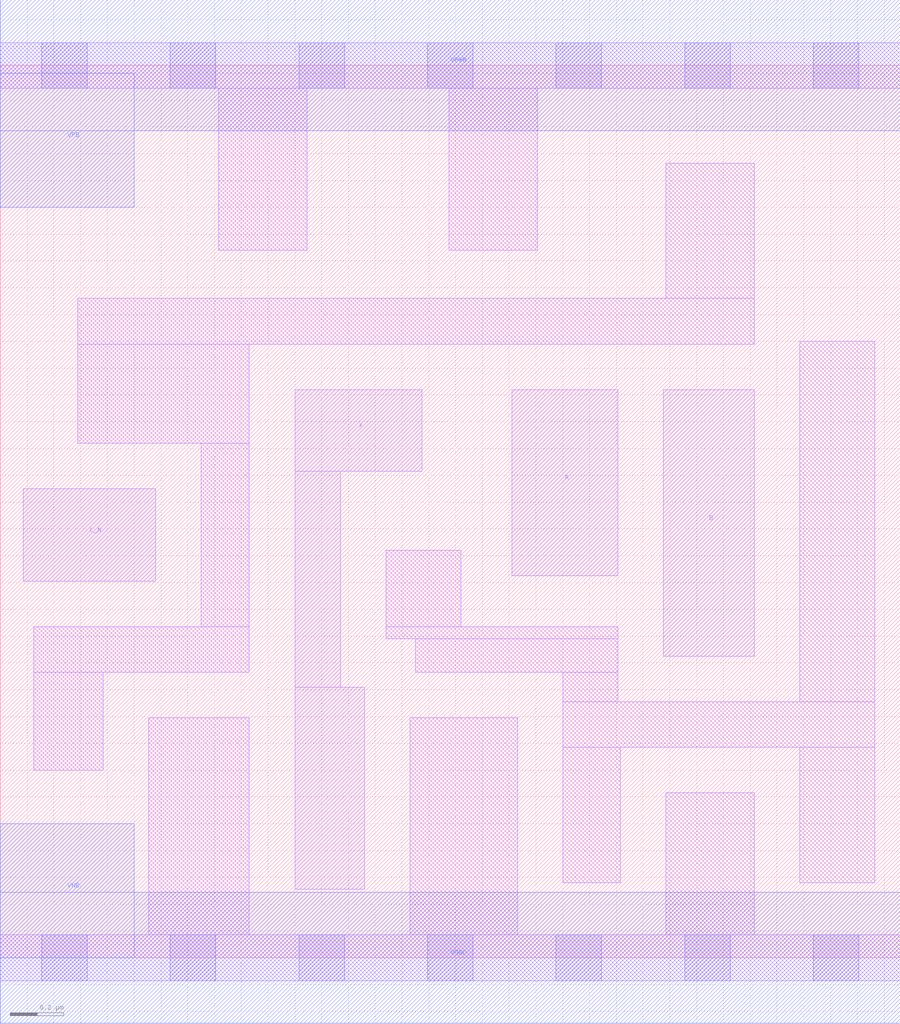
<source format=lef>
# Copyright 2020 The SkyWater PDK Authors
#
# Licensed under the Apache License, Version 2.0 (the "License");
# you may not use this file except in compliance with the License.
# You may obtain a copy of the License at
#
#     https://www.apache.org/licenses/LICENSE-2.0
#
# Unless required by applicable law or agreed to in writing, software
# distributed under the License is distributed on an "AS IS" BASIS,
# WITHOUT WARRANTIES OR CONDITIONS OF ANY KIND, either express or implied.
# See the License for the specific language governing permissions and
# limitations under the License.
#
# SPDX-License-Identifier: Apache-2.0

VERSION 5.5 ;
NAMESCASESENSITIVE ON ;
BUSBITCHARS "[]" ;
DIVIDERCHAR "/" ;
MACRO sky130_fd_sc_lp__or3b_2
  CLASS CORE ;
  SOURCE USER ;
  ORIGIN  0.000000  0.000000 ;
  SIZE  3.360000 BY  3.330000 ;
  SYMMETRY X Y R90 ;
  SITE unit ;
  PIN A
    ANTENNAGATEAREA  0.126000 ;
    DIRECTION INPUT ;
    USE SIGNAL ;
    PORT
      LAYER li1 ;
        RECT 1.910000 1.425000 2.305000 2.120000 ;
    END
  END A
  PIN B
    ANTENNAGATEAREA  0.126000 ;
    DIRECTION INPUT ;
    USE SIGNAL ;
    PORT
      LAYER li1 ;
        RECT 2.475000 1.125000 2.815000 2.120000 ;
    END
  END B
  PIN C_N
    ANTENNAGATEAREA  0.126000 ;
    DIRECTION INPUT ;
    USE SIGNAL ;
    PORT
      LAYER li1 ;
        RECT 0.085000 1.405000 0.580000 1.750000 ;
    END
  END C_N
  PIN X
    ANTENNADIFFAREA  0.588000 ;
    DIRECTION OUTPUT ;
    USE SIGNAL ;
    PORT
      LAYER li1 ;
        RECT 1.100000 0.255000 1.360000 1.010000 ;
        RECT 1.100000 1.010000 1.270000 1.815000 ;
        RECT 1.100000 1.815000 1.575000 2.120000 ;
    END
  END X
  PIN VGND
    DIRECTION INOUT ;
    USE GROUND ;
    PORT
      LAYER met1 ;
        RECT 0.000000 -0.245000 3.360000 0.245000 ;
    END
  END VGND
  PIN VNB
    DIRECTION INOUT ;
    USE GROUND ;
    PORT
    END
  END VNB
  PIN VPB
    DIRECTION INOUT ;
    USE POWER ;
    PORT
    END
  END VPB
  PIN VNB
    DIRECTION INOUT ;
    USE GROUND ;
    PORT
      LAYER met1 ;
        RECT 0.000000 0.000000 0.500000 0.500000 ;
    END
  END VNB
  PIN VPB
    DIRECTION INOUT ;
    USE POWER ;
    PORT
      LAYER met1 ;
        RECT 0.000000 2.800000 0.500000 3.300000 ;
    END
  END VPB
  PIN VPWR
    DIRECTION INOUT ;
    USE POWER ;
    PORT
      LAYER met1 ;
        RECT 0.000000 3.085000 3.360000 3.575000 ;
    END
  END VPWR
  OBS
    LAYER li1 ;
      RECT 0.000000 -0.085000 3.360000 0.085000 ;
      RECT 0.000000  3.245000 3.360000 3.415000 ;
      RECT 0.125000  0.700000 0.385000 1.065000 ;
      RECT 0.125000  1.065000 0.930000 1.235000 ;
      RECT 0.290000  1.920000 0.930000 2.290000 ;
      RECT 0.290000  2.290000 2.815000 2.460000 ;
      RECT 0.555000  0.085000 0.930000 0.895000 ;
      RECT 0.750000  1.235000 0.930000 1.920000 ;
      RECT 0.815000  2.640000 1.145000 3.245000 ;
      RECT 1.440000  1.190000 2.305000 1.235000 ;
      RECT 1.440000  1.235000 1.720000 1.520000 ;
      RECT 1.530000  0.085000 1.930000 0.895000 ;
      RECT 1.550000  1.065000 2.305000 1.190000 ;
      RECT 1.675000  2.640000 2.005000 3.245000 ;
      RECT 2.100000  0.280000 2.315000 0.785000 ;
      RECT 2.100000  0.785000 3.265000 0.955000 ;
      RECT 2.100000  0.955000 2.305000 1.065000 ;
      RECT 2.485000  0.085000 2.815000 0.615000 ;
      RECT 2.485000  2.460000 2.815000 2.965000 ;
      RECT 2.985000  0.280000 3.265000 0.785000 ;
      RECT 2.985000  0.955000 3.265000 2.300000 ;
    LAYER mcon ;
      RECT 0.155000 -0.085000 0.325000 0.085000 ;
      RECT 0.155000  3.245000 0.325000 3.415000 ;
      RECT 0.635000 -0.085000 0.805000 0.085000 ;
      RECT 0.635000  3.245000 0.805000 3.415000 ;
      RECT 1.115000 -0.085000 1.285000 0.085000 ;
      RECT 1.115000  3.245000 1.285000 3.415000 ;
      RECT 1.595000 -0.085000 1.765000 0.085000 ;
      RECT 1.595000  3.245000 1.765000 3.415000 ;
      RECT 2.075000 -0.085000 2.245000 0.085000 ;
      RECT 2.075000  3.245000 2.245000 3.415000 ;
      RECT 2.555000 -0.085000 2.725000 0.085000 ;
      RECT 2.555000  3.245000 2.725000 3.415000 ;
      RECT 3.035000 -0.085000 3.205000 0.085000 ;
      RECT 3.035000  3.245000 3.205000 3.415000 ;
  END
END sky130_fd_sc_lp__or3b_2
END LIBRARY

</source>
